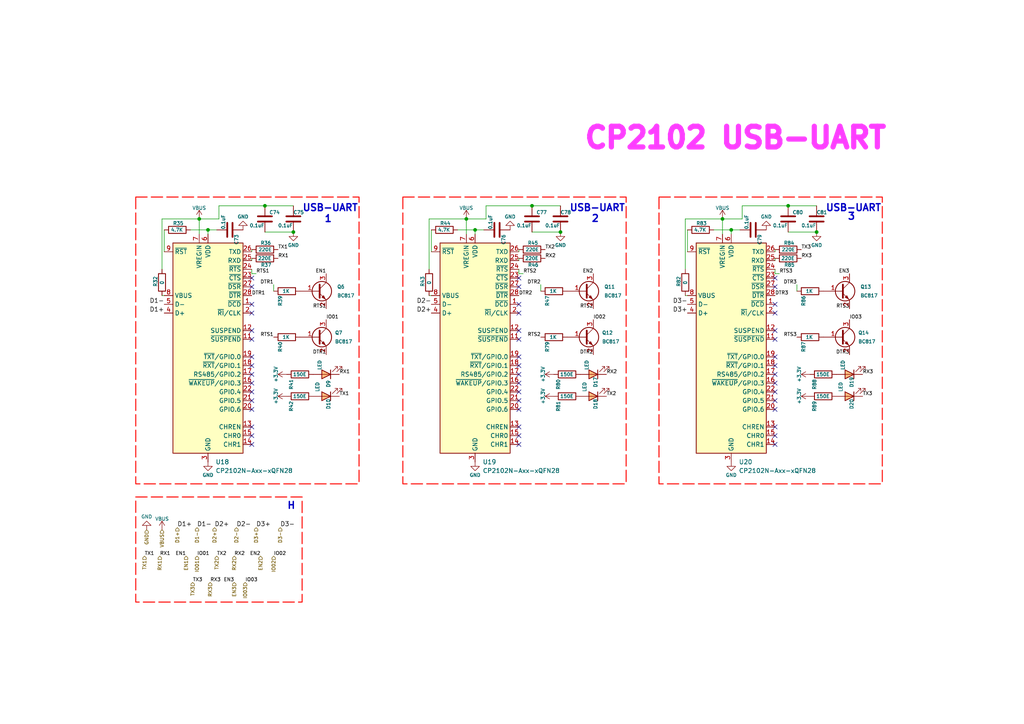
<source format=kicad_sch>
(kicad_sch (version 20230121) (generator eeschema)
  (paper "A4")
  (title_block (title "UART_Utility_Remote") (date "2024-11-28") (rev "V2") (company "Dharma Bot KRS"))
  (lib_symbols
    (symbol "Device:C" (pin_numbers hide) (pin_names (offset 0.254))
      (property "Reference" "C" (at 0.635 2.54 0))
      (property "Value" "C" (at 0.635 -2.54 0))
      (symbol "C_0_1"
        (polyline (pts (xy -2.032 -0.762) (xy 2.032 -0.762)) (stroke (width 0.508)))
        (polyline (pts (xy -2.032 0.762) (xy 2.032 0.762)) (stroke (width 0.508)))
      )
      (symbol "C_1_1"
        (pin passive line (at 0 3.81 270) (length 2.794) (name "~") (number "1"))
        (pin passive line (at 0 -3.81 90) (length 2.794) (name "~") (number "2"))
      )
    )
    (symbol "Device:LED" (pin_numbers hide) (pin_names (offset 1.016) hide)
      (property "Reference" "D" (at 0 2.54 0))
      (property "Value" "LED" (at 0 -2.54 0))
      (symbol "LED_0_1"
        (polyline (pts (xy -1.27 -1.27) (xy -1.27 1.27)) (stroke (width 0.254)))
        (polyline (pts (xy -1.27 0) (xy 1.27 0)))
        (polyline (pts (xy -3.048 -0.762) (xy -4.572 -2.286) (xy -3.81 -2.286) (xy -4.572 -2.286) (xy -4.572 -1.524)))
        (polyline (pts (xy -1.778 -0.762) (xy -3.302 -2.286) (xy -2.54 -2.286) (xy -3.302 -2.286) (xy -3.302 -1.524)))
      )
      (symbol "LED_1_1"
        (polyline (pts (xy 1.27 -1.27) (xy 1.27 1.27) (xy -1.27 0) (xy 1.27 -1.27)) (stroke (width 0.254)) (fill (type color) (color 255 190 127 1)))
        (pin passive line (at -3.81 0 0) (length 2.54) (name "K") (number "1"))
        (pin passive line (at 3.81 0 180) (length 2.54) (name "A") (number "2"))
      )
    )
    (symbol "Device:R" (pin_numbers hide) (pin_names (offset 0))
      (property "Reference" "R" (at 2.032 0 90))
      (property "Value" "R" (at 0 0 90))
      (symbol "R_0_1"
        (rectangle (start -1.016 -2.54) (end 1.016 2.54) (stroke (width 0.254)))
      )
      (symbol "R_1_1"
        (pin passive line (at 0 3.81 270) (length 1.27) (name "~") (number "1"))
        (pin passive line (at 0 -3.81 90) (length 1.27) (name "~") (number "2"))
      )
    )
    (symbol "Interface_USB:CP2102N-Axx-xQFN28"
      (property "Reference" "U" (at -8.89 31.75 0))
      (property "Value" "CP2102N-Axx-xQFN28" (at 12.7 31.75 0))
      (symbol "CP2102N-Axx-xQFN28_0_1"
        (rectangle (start -10.16 30.48) (end 10.16 -30.48) (stroke (width 0.254)) (fill (type background)))
      )
      (symbol "CP2102N-Axx-xQFN28_1_1"
        (pin input line (at 12.7 12.7 180) (length 2.54) (name "~{DCD}") (number "1"))
        (pin no_connect line (at -10.16 -27.94 0) (length 2.54) hide (name "NC") (number "10"))
        (pin output line (at 12.7 2.54 180) (length 2.54) (name "~{SUSPEND}") (number "11"))
        (pin output line (at 12.7 5.08 180) (length 2.54) (name "SUSPEND") (number "12"))
        (pin output line (at 12.7 -22.86 180) (length 2.54) (name "CHREN") (number "13"))
        (pin output line (at 12.7 -27.94 180) (length 2.54) (name "CHR1") (number "14"))
        (pin output line (at 12.7 -25.4 180) (length 2.54) (name "CHR0") (number "15"))
        (pin bidirectional line (at 12.7 -10.16 180) (length 2.54) (name "~{WAKEUP}/GPIO.3") (number "16"))
        (pin bidirectional line (at 12.7 -7.62 180) (length 2.54) (name "RS485/GPIO.2") (number "17"))
        (pin bidirectional line (at 12.7 -5.08 180) (length 2.54) (name "~{RXT}/GPIO.1") (number "18"))
        (pin bidirectional line (at 12.7 -2.54 180) (length 2.54) (name "~{TXT}/GPIO.0") (number "19"))
        (pin bidirectional line (at 12.7 10.16 180) (length 2.54) (name "~{RI}/CLK") (number "2"))
        (pin bidirectional line (at 12.7 -17.78 180) (length 2.54) (name "GPIO.6") (number "20"))
        (pin bidirectional line (at 12.7 -15.24 180) (length 2.54) (name "GPIO.5") (number "21"))
        (pin bidirectional line (at 12.7 -12.7 180) (length 2.54) (name "GPIO.4") (number "22"))
        (pin input line (at 12.7 20.32 180) (length 2.54) (name "~{CTS}") (number "23"))
        (pin output line (at 12.7 22.86 180) (length 2.54) (name "~{RTS}") (number "24"))
        (pin input line (at 12.7 25.4 180) (length 2.54) (name "RXD") (number "25"))
        (pin output line (at 12.7 27.94 180) (length 2.54) (name "TXD") (number "26"))
        (pin input line (at 12.7 17.78 180) (length 2.54) (name "~{DSR}") (number "27"))
        (pin output line (at 12.7 15.24 180) (length 2.54) (name "~{DTR}") (number "28"))
        (pin passive line (at 0 -33.02 90) (length 2.54) hide (name "GND") (number "29"))
        (pin power_in line (at 0 -33.02 90) (length 2.54) (name "GND") (number "3"))
        (pin bidirectional line (at -12.7 10.16 0) (length 2.54) (name "D+") (number "4"))
        (pin bidirectional line (at -12.7 12.7 0) (length 2.54) (name "D-") (number "5"))
        (pin power_in line (at 0 33.02 270) (length 2.54) (name "VDD") (number "6"))
        (pin power_in line (at -2.54 33.02 270) (length 2.54) (name "VREGIN") (number "7"))
        (pin input line (at -12.7 15.24 0) (length 2.54) (name "VBUS") (number "8"))
        (pin input line (at -12.7 27.94 0) (length 2.54) (name "~{RST}") (number "9"))
      )
    )
    (symbol "Transistor_BJT:BC817" (pin_names (offset 0) hide)
      (property "Reference" "Q" (at 5.08 1.905 0))
      (property "Value" "BC817" (at 5.08 0 0))
      (symbol "BC817_0_1"
        (polyline (pts (xy 0.635 0.635) (xy 2.54 2.54)))
        (polyline (pts (xy 0.635 -0.635) (xy 2.54 -2.54) (xy 2.54 -2.54)))
        (polyline (pts (xy 0.635 1.905) (xy 0.635 -1.905) (xy 0.635 -1.905)) (stroke (width 0.508)))
        (polyline (pts (xy 1.27 -1.778) (xy 1.778 -1.27) (xy 2.286 -2.286) (xy 1.27 -1.778) (xy 1.27 -1.778)) (fill (type outline)))
        (circle (center 1.27 0) (radius 2.8194) (stroke (width 0.254)))
      )
      (symbol "BC817_1_1"
        (pin input line (at -5.08 0 0) (length 5.715) (name "B") (number "1"))
        (pin passive line (at 2.54 -5.08 90) (length 2.54) (name "E") (number "2"))
        (pin passive line (at 2.54 5.08 270) (length 2.54) (name "C") (number "3"))
      )
    )
    (symbol "power:+3.3V" (power) (pin_names (offset 0))
      (property "Value" "+3.3V" (at 0 3.556 0))
      (symbol "+3.3V_0_1"
        (polyline (pts (xy -0.762 1.27) (xy 0 2.54)))
        (polyline (pts (xy 0 0) (xy 0 2.54)))
        (polyline (pts (xy 0 2.54) (xy 0.762 1.27)))
      )
      (symbol "+3.3V_1_1"
        (pin power_in line (at 0 0 90) (length 0) hide (name "+3.3V") (number "1"))
      )
    )
    (symbol "power:GND" (power) (pin_names (offset 0))
      (property "Value" "GND" (at 0 -3.81 0))
      (symbol "GND_0_1"
        (polyline (pts (xy 0 0) (xy 0 -1.27) (xy 1.27 -1.27) (xy 0 -2.54) (xy -1.27 -1.27) (xy 0 -1.27)))
      )
      (symbol "GND_1_1"
        (pin power_in line (at 0 0 270) (length 0) hide (name "GND") (number "1"))
      )
    )
    (symbol "power:VBUS" (power) (pin_names (offset 0))
      (property "Value" "VBUS" (at 0 3.81 0))
      (symbol "VBUS_0_1"
        (polyline (pts (xy -0.762 1.27) (xy 0 2.54)))
        (polyline (pts (xy 0 0) (xy 0 2.54)))
        (polyline (pts (xy 0 2.54) (xy 0.762 1.27)))
      )
      (symbol "VBUS_1_1"
        (pin power_in line (at 0 0 90) (length 0) hide (name "VBUS") (number "1"))
      )
    )
  )
  (junction (at 60.325 66.675))
  (junction (at 228.6 59.69))
  (junction (at 162.56 67.31))
  (junction (at 154.305 59.69))
  (junction (at 209.55 63.5))
  (junction (at 76.835 59.69))
  (junction (at 212.09 66.675))
  (junction (at 85.09 67.31))
  (junction (at 135.255 63.5))
  (junction (at 137.795 66.675))
  (junction (at 57.785 63.5))
  (junction (at 236.855 67.31))
  (no_connect (at 224.79 90.805))
  (no_connect (at 224.79 80.645))
  (no_connect (at 73.025 108.585))
  (no_connect (at 150.495 90.805))
  (no_connect (at 224.79 88.265))
  (no_connect (at 224.79 95.885))
  (no_connect (at 150.495 95.885))
  (no_connect (at 73.025 128.905))
  (no_connect (at 224.79 126.365))
  (no_connect (at 73.025 106.045))
  (no_connect (at 73.025 88.265))
  (no_connect (at 150.495 80.645))
  (no_connect (at 150.495 98.425))
  (no_connect (at 150.495 116.205))
  (no_connect (at 73.025 118.745))
  (no_connect (at 73.025 98.425))
  (no_connect (at 73.025 103.505))
  (no_connect (at 73.025 83.185))
  (no_connect (at 224.79 106.045))
  (no_connect (at 224.79 108.585))
  (no_connect (at 150.495 103.505))
  (no_connect (at 73.025 116.205))
  (no_connect (at 224.79 111.125))
  (no_connect (at 224.79 128.905))
  (no_connect (at 73.025 126.365))
  (no_connect (at 73.025 111.125))
  (no_connect (at 150.495 118.745))
  (no_connect (at 224.79 116.205))
  (no_connect (at 150.495 126.365))
  (no_connect (at 150.495 128.905))
  (no_connect (at 73.025 80.645))
  (no_connect (at 224.79 123.825))
  (no_connect (at 73.025 90.805))
  (no_connect (at 150.495 123.825))
  (no_connect (at 73.025 95.885))
  (no_connect (at 73.025 123.825))
  (no_connect (at 224.79 113.665))
  (no_connect (at 224.79 103.505))
  (no_connect (at 73.025 113.665))
  (no_connect (at 150.495 113.665))
  (no_connect (at 150.495 111.125))
  (no_connect (at 150.495 106.045))
  (no_connect (at 150.495 88.265))
  (no_connect (at 224.79 118.745))
  (no_connect (at 224.79 98.425))
  (no_connect (at 224.79 83.185))
  (no_connect (at 150.495 108.585))
  (no_connect (at 150.495 83.185))
  (wire (pts (xy 212.09 66.675) (xy 212.09 67.945)))
  (wire (pts (xy 209.55 63.5) (xy 209.55 67.945)))
  (wire (pts (xy 228.6 67.31) (xy 236.855 67.31)))
  (wire (pts (xy 76.835 59.69) (xy 85.09 59.69)))
  (wire (pts (xy 124.46 85.725) (xy 125.095 85.725)))
  (wire (pts (xy 151.765 79.375) (xy 150.495 79.375)))
  (wire (pts (xy 215.265 59.69) (xy 228.6 59.69)))
  (wire (pts (xy 150.495 79.375) (xy 150.495 78.105)))
  (wire (pts (xy 60.325 66.675) (xy 62.865 66.675)))
  (wire (pts (xy 156.845 82.55) (xy 156.845 84.455)))
  (wire (pts (xy 73.025 72.39) (xy 73.025 73.025)))
  (wire (pts (xy 60.325 66.675) (xy 60.325 67.945)))
  (wire (pts (xy 46.99 63.5) (xy 57.785 63.5)))
  (wire (pts (xy 132.715 66.675) (xy 137.795 66.675)))
  (wire (pts (xy 76.835 67.31) (xy 85.09 67.31)))
  (wire (pts (xy 228.6 59.69) (xy 236.855 59.69)))
  (wire (pts (xy 47.625 66.675) (xy 47.625 73.025)))
  (wire (pts (xy 57.785 63.5) (xy 57.785 67.945)))
  (wire (pts (xy 125.095 66.675) (xy 125.095 73.025)))
  (wire (pts (xy 57.785 63.5) (xy 63.5 63.5)))
  (wire (pts (xy 137.795 66.675) (xy 137.795 67.945)))
  (wire (pts (xy 150.495 74.93) (xy 150.495 75.565)))
  (wire (pts (xy 226.06 79.375) (xy 224.79 79.375)))
  (wire (pts (xy 73.025 74.93) (xy 73.025 75.565)))
  (wire (pts (xy 207.01 66.675) (xy 212.09 66.675)))
  (wire (pts (xy 135.255 63.5) (xy 140.97 63.5)))
  (wire (pts (xy 140.97 63.5) (xy 140.97 59.69)))
  (wire (pts (xy 209.55 63.5) (xy 215.265 63.5)))
  (wire (pts (xy 124.46 63.5) (xy 135.255 63.5)))
  (wire (pts (xy 63.5 63.5) (xy 63.5 59.69)))
  (wire (pts (xy 154.305 67.31) (xy 162.56 67.31)))
  (wire (pts (xy 63.5 59.69) (xy 76.835 59.69)))
  (wire (pts (xy 73.025 79.375) (xy 73.025 78.105)))
  (wire (pts (xy 137.795 66.675) (xy 140.335 66.675)))
  (wire (pts (xy 46.99 85.725) (xy 47.625 85.725)))
  (wire (pts (xy 198.755 78.105) (xy 198.755 63.5)))
  (wire (pts (xy 198.755 85.725) (xy 199.39 85.725)))
  (wire (pts (xy 154.305 59.69) (xy 162.56 59.69)))
  (wire (pts (xy 224.79 74.93) (xy 224.79 75.565)))
  (wire (pts (xy 140.97 59.69) (xy 154.305 59.69)))
  (wire (pts (xy 199.39 66.675) (xy 199.39 73.025)))
  (wire (pts (xy 55.245 66.675) (xy 60.325 66.675)))
  (wire (pts (xy 212.09 66.675) (xy 214.63 66.675)))
  (wire (pts (xy 46.99 78.105) (xy 46.99 63.5)))
  (wire (pts (xy 74.295 79.375) (xy 73.025 79.375)))
  (wire (pts (xy 231.14 82.55) (xy 231.14 84.455)))
  (wire (pts (xy 215.265 63.5) (xy 215.265 59.69)))
  (wire (pts (xy 198.755 63.5) (xy 209.55 63.5)))
  (wire (pts (xy 135.255 63.5) (xy 135.255 67.945)))
  (wire (pts (xy 224.79 72.39) (xy 224.79 73.025)))
  (wire (pts (xy 224.79 79.375) (xy 224.79 78.105)))
  (wire (pts (xy 150.495 72.39) (xy 150.495 73.025)))
  (wire (pts (xy 79.375 82.55) (xy 79.375 84.455)))
  (wire (pts (xy 124.46 78.105) (xy 124.46 63.5)))
  (rectangle (start 39.37 144.145) (end 87.63 174.625) (stroke (width 0.3) (type dash) (color 255 16 12 1)))
  (rectangle (start 39.37 57.15) (end 104.14 140.335) (stroke (width 0.3) (type dash) (color 255 16 12 1)))
  (rectangle (start 116.84 57.15) (end 181.61 140.335) (stroke (width 0.3) (type dash) (color 255 16 12 1)))
  (rectangle (start 191.135 57.15) (end 255.905 140.335) (stroke (width 0.3) (type dash) (color 255 16 12 1)))
  (text "1\n" (at 93.98 64.77 0) (effects (font (size 2 2) (thickness 0.4) bold) (justify left bottom)))
  (text "USB-UART" (at 165.1 61.595 0) (effects (font (size 2 2) (thickness 0.4) bold) (justify left bottom)))
  (text "H\n" (at 83.185 147.955 0) (effects (font (size 2 2) (thickness 0.4) bold) (justify left bottom)))
  (text "CP2102 USB-UART\n\n" (at 168.91 53.34 0) (effects (font (size 6 6) (thickness 1.6) bold) (justify left bottom)))
  (text "USB-UART" (at 87.63 61.595 0) (effects (font (size 2 2) (thickness 0.4) bold) (justify left bottom)))
  (text "USB-UART" (at 239.395 61.595 0) (effects (font (size 2 2) (thickness 0.4) bold) (justify left bottom)))
  (text "2\n\n" (at 171.45 67.945 0) (effects (font (size 2 2) (thickness 0.4) bold) (justify left bottom)))
  (text "3\n\n" (at 245.745 67.31 0) (effects (font (size 2 2) (thickness 0.4) bold) (justify left bottom)))
  (label "TX3" (at 232.41 72.39 0) (effects (font (size 1 1))))
  (label "IO01" (at 94.615 92.71 0) (effects (font (size 1 1))))
  (label "TX3" (at 55.88 168.91 0) (effects (font (size 1 1))))
  (label "D1-" (at 57.15 153.035 0))
  (label "EN1" (at 53.975 161.29 180) (effects (font (size 1 1))))
  (label "IO01" (at 57.15 161.29 0) (effects (font (size 1 1))))
  (label "D3-" (at 81.28 153.035 0))
  (label "D1+" (at 47.625 90.805 180))
  (label "RX2" (at 175.895 108.585 0) (effects (font (size 1 1))))
  (label "TX1" (at 80.645 72.39 0) (effects (font (size 1 1))))
  (label "D2-" (at 68.58 153.035 0))
  (label "DTR2" (at 156.845 82.55 180) (effects (font (size 1 1))))
  (label "D3+" (at 74.295 153.035 0))
  (label "D2+" (at 62.23 153.035 0))
  (label "TX2" (at 62.865 161.29 0) (effects (font (size 1 1))))
  (label "RTS2" (at 172.085 89.535 180) (effects (font (size 1 1))))
  (label "RTS2" (at 156.845 97.79 180) (effects (font (size 1 1))))
  (label "DTR2" (at 172.085 102.87 180) (effects (font (size 1 1))))
  (label "D2+" (at 125.095 90.805 180))
  (label "D3-" (at 199.39 88.265 180))
  (label "IO02" (at 79.375 161.29 0) (effects (font (size 1 1))))
  (label "D3+" (at 199.39 90.805 180))
  (label "RX3" (at 250.19 108.585 0) (effects (font (size 1 1))))
  (label "DTR2" (at 150.495 85.725 0) (effects (font (size 1 1))))
  (label "IO03" (at 246.38 92.71 0) (effects (font (size 1 1))))
  (label "RTS2" (at 151.765 79.375 0) (effects (font (size 1 1))))
  (label "IO02" (at 172.085 92.71 0) (effects (font (size 1 1))))
  (label "DTR3" (at 231.14 82.55 180) (effects (font (size 1 1))))
  (label "DTR3" (at 224.79 85.725 0) (effects (font (size 1 1))))
  (label "IO03" (at 71.12 168.91 0) (effects (font (size 1 1))))
  (label "D2-" (at 125.095 88.265 180))
  (label "DTR1" (at 94.615 102.87 180) (effects (font (size 1 1))))
  (label "RTS1" (at 79.375 97.79 180) (effects (font (size 1 1))))
  (label "TX2" (at 158.115 72.39 0) (effects (font (size 1 1))))
  (label "RTS3" (at 246.38 89.535 180) (effects (font (size 1 1))))
  (label "RX3" (at 60.96 168.91 0) (effects (font (size 1 1))))
  (label "RX3" (at 232.41 74.93 0) (effects (font (size 1 1))))
  (label "EN1" (at 94.615 79.375 180) (effects (font (size 1 1))))
  (label "D1+" (at 51.435 153.035 0))
  (label "RTS1" (at 94.615 89.535 180) (effects (font (size 1 1))))
  (label "DTR1" (at 73.025 85.725 0) (effects (font (size 1 1))))
  (label "TX3" (at 250.19 114.935 0) (effects (font (size 1 1))))
  (label "RTS1" (at 74.295 79.375 0) (effects (font (size 1 1))))
  (label "EN2" (at 75.565 161.29 180) (effects (font (size 1 1))))
  (label "EN2" (at 172.085 79.375 180) (effects (font (size 1 1))))
  (label "DTR1" (at 79.375 82.55 180) (effects (font (size 1 1))))
  (label "TX2" (at 175.895 114.935 0) (effects (font (size 1 1))))
  (label "EN3" (at 246.38 79.375 180) (effects (font (size 1 1))))
  (label "RX1" (at 98.425 108.585 0) (effects (font (size 1 1))))
  (label "TX1" (at 41.91 161.29 0) (effects (font (size 1 1))))
  (label "RTS3" (at 231.14 97.79 180) (effects (font (size 1 1))))
  (label "D1-" (at 47.625 88.265 180))
  (label "DTR3" (at 246.38 102.87 180) (effects (font (size 1 1))))
  (label "RX2" (at 67.945 161.29 0) (effects (font (size 1 1))))
  (label "EN3" (at 67.945 168.91 180) (effects (font (size 1 1))))
  (label "RX1" (at 46.355 161.29 0) (effects (font (size 1 1))))
  (label "RX1" (at 80.645 74.93 0) (effects (font (size 1 1))))
  (label "RTS3" (at 226.06 79.375 0) (effects (font (size 1 1))))
  (label "TX1" (at 98.425 114.935 0) (effects (font (size 1 1))))
  (label "RX2" (at 158.115 74.93 0) (effects (font (size 1 1))))
  (hierarchical_label "TX3" (shape input) (at 55.88 168.91 270) (effects (font (size 1 1))))
  (hierarchical_label "D1-" (shape input) (at 57.15 153.035 270) (effects (font (size 1 1))))
  (hierarchical_label "EN2" (shape input) (at 75.565 161.29 270) (effects (font (size 1 1))))
  (hierarchical_label "D2-" (shape input) (at 68.58 153.035 270) (effects (font (size 1 1))))
  (hierarchical_label "TX1" (shape input) (at 41.91 161.29 270) (effects (font (size 1 1))))
  (hierarchical_label "IO03" (shape input) (at 71.12 168.91 270) (effects (font (size 1 1))))
  (hierarchical_label "VBUS" (shape input) (at 46.99 153.67 270) (effects (font (size 1 1))))
  (hierarchical_label "D2+" (shape input) (at 62.23 153.035 270) (effects (font (size 1 1))))
  (hierarchical_label "D1+" (shape input) (at 51.435 153.035 270) (effects (font (size 1 1))))
  (hierarchical_label "EN3" (shape input) (at 67.945 168.91 270) (effects (font (size 1 1))))
  (hierarchical_label "D3-" (shape input) (at 81.28 153.035 270) (effects (font (size 1 1))))
  (hierarchical_label "TX2" (shape input) (at 62.865 161.29 270) (effects (font (size 1 1))))
  (hierarchical_label "RX2" (shape input) (at 67.945 161.29 270) (effects (font (size 1 1))))
  (hierarchical_label "D3+" (shape input) (at 74.295 153.035 270) (effects (font (size 1 1))))
  (hierarchical_label "EN1" (shape input) (at 53.975 161.29 270) (effects (font (size 1 1))))
  (hierarchical_label "RX1" (shape input) (at 46.355 161.29 270) (effects (font (size 1 1))))
  (hierarchical_label "GND" (shape input) (at 42.545 153.67 270) (effects (font (size 1 1))))
  (hierarchical_label "RX3" (shape input) (at 60.96 168.91 270) (effects (font (size 1 1))))
  (hierarchical_label "IO01" (shape input) (at 57.15 161.29 270) (effects (font (size 1 1))))
  (hierarchical_label "IO02" (shape input) (at 79.375 161.29 270) (effects (font (size 1 1))))
  (symbol (lib_id "Device:R") (at 51.435 66.675 270) (unit 1)
    (property "Reference" "R35" (at 50.165 64.77 90) (effects (font (size 1 1)) (justify left)))
    (property "Value" "4.7K" (at 49.53 66.675 90) (effects (font (size 1 1)) (justify left)))
    (property "Footprint" "Resistor_SMD:R_0402_1005Metric" (effects hide))
  )
  (symbol (lib_id "Transistor_BJT:BC817") (at 169.545 84.455 0) (unit 1)
    (property "Reference" "Q11" (at 175.26 83.1849 0) (effects (font (size 1 1)) (justify left)))
    (property "Value" "BC817" (at 175.26 85.7249 0) (effects (font (size 1 1)) (justify left)))
    (property "Footprint" "Package_TO_SOT_SMD:SOT-23" (effects hide))
    (property "Datasheet" "https://www.onsemi.com/pub/Collateral/BC818-D.pdf" (effects hide))
  )
  (symbol (lib_id "Device:R") (at 228.6 72.39 270) (unit 1)
    (property "Reference" "R84" (at 227.33 70.485 90) (effects (font (size 1 1)) (justify left)))
    (property "Value" "220E" (at 226.695 72.39 90) (effects (font (size 1 1)) (justify left)))
    (property "Footprint" "Resistor_SMD:R_0402_1005Metric" (effects hide))
  )
  (symbol (lib_id "power:GND") (at 162.56 67.31 0) (unit 1)
    (property "Reference" "#PWR0144" (effects hide))
    (property "Value" "GND" (at 162.56 71.12 0) (effects (font (size 1 1))))
  )
  (symbol (lib_id "power:VBUS") (at 57.785 63.5 0) (unit 1)
    (property "Reference" "#PWR0133" (effects hide))
    (property "Value" "VBUS" (at 57.785 60.325 0) (effects (font (size 1 1))))
  )
  (symbol (lib_id "power:GND") (at 147.955 66.675 180) (unit 1)
    (property "Reference" "#PWR0141" (effects hide))
    (property "Value" "GND" (at 147.955 62.865 0) (effects (font (size 1 1))))
  )
  (symbol (lib_id "power:VBUS") (at 46.99 153.67 0) (unit 1)
    (property "Reference" "#PWR0213" (effects hide))
    (property "Value" "VBUS" (at 46.99 150.495 0) (effects (font (size 1 1))))
  )
  (symbol (lib_id "Device:LED") (at 94.615 114.935 180) (unit 1)
    (property "Reference" "D10" (at 95.25 118.745 90) (effects (font (size 1 1)) (justify right)))
    (property "Value" "LED" (at 92.075 113.665 90) (effects (font (size 1 1)) (justify right)))
    (property "Footprint" "LED_SMD:LED_0402_1005Metric" (effects hide))
  )
  (symbol (lib_id "Transistor_BJT:BC817") (at 92.075 84.455 0) (unit 1)
    (property "Reference" "Q6" (at 97.79 83.1849 0) (effects (font (size 1 1)) (justify left)))
    (property "Value" "BC817" (at 97.79 85.7249 0) (effects (font (size 1 1)) (justify left)))
    (property "Footprint" "Package_TO_SOT_SMD:SOT-23" (effects hide))
    (property "Datasheet" "https://www.onsemi.com/pub/Collateral/BC818-D.pdf" (effects hide))
  )
  (symbol (lib_id "power:GND") (at 236.855 67.31 0) (unit 1)
    (property "Reference" "#PWR0150" (effects hide))
    (property "Value" "GND" (at 236.855 71.12 0) (effects (font (size 1 1))))
  )
  (symbol (lib_id "power:GND") (at 212.09 133.985 0) (unit 1)
    (property "Reference" "#PWR0146" (effects hide))
    (property "Value" "GND" (at 212.09 137.795 0) (effects (font (size 1 1))))
  )
  (symbol (lib_id "power:+3.3V") (at 83.185 114.935 90) (unit 1)
    (property "Reference" "#PWR0137" (effects hide))
    (property "Value" "+3.3V" (at 80.01 114.935 0) (effects (font (size 1 1))))
  )
  (symbol (lib_id "Device:R") (at 198.755 81.915 0) (unit 1)
    (property "Reference" "R82" (at 196.85 83.185 90) (effects (font (size 1 1)) (justify left)))
    (property "Value" "0" (at 198.755 82.55 90) (effects (font (size 1 1)) (justify left)))
    (property "Footprint" "Resistor_SMD:R_0402_1005Metric" (effects hide))
  )
  (symbol (lib_id "Interface_USB:CP2102N-Axx-xQFN28") (at 60.325 100.965 0) (unit 1)
    (property "Reference" "U18" (at 62.5191 133.985 0) (effects (justify left)))
    (property "Value" "CP2102N-Axx-xQFN28" (at 62.5191 136.525 0) (effects (justify left)))
    (property "Footprint" "Package_DFN_QFN:QFN-28-1EP_5x5mm_P0.5mm_EP3.35x3.35mm" (effects hide))
    (property "Datasheet" "https://www.silabs.com/documents/public/data-sheets/cp2102n-datasheet.pdf" (effects hide))
  )
  (symbol (lib_id "Device:R") (at 164.465 108.585 90) (unit 1)
    (property "Reference" "R80" (at 161.925 113.03 0) (effects (font (size 1 1)) (justify left)))
    (property "Value" "150E" (at 166.37 108.585 90) (effects (font (size 1 1)) (justify left)))
    (property "Footprint" "Resistor_SMD:R_0402_1005Metric" (effects hide))
  )
  (symbol (lib_id "Device:R") (at 46.99 81.915 0) (unit 1)
    (property "Reference" "R32" (at 45.085 83.185 90) (effects (font (size 1 1)) (justify left)))
    (property "Value" "0" (at 46.99 82.55 90) (effects (font (size 1 1)) (justify left)))
    (property "Footprint" "Resistor_SMD:R_0402_1005Metric" (effects hide))
  )
  (symbol (lib_id "Device:LED") (at 94.615 108.585 180) (unit 1)
    (property "Reference" "D9" (at 95.25 112.395 90) (effects (font (size 1 1)) (justify right)))
    (property "Value" "LED" (at 92.71 107.315 90) (effects (font (size 1 1)) (justify right)))
    (property "Footprint" "LED_SMD:LED_0402_1005Metric" (effects hide))
  )
  (symbol (lib_id "power:+3.3V") (at 234.95 114.935 90) (unit 1)
    (property "Reference" "#PWR0149" (effects hide))
    (property "Value" "+3.3V" (at 231.775 114.935 0) (effects (font (size 1 1))))
  )
  (symbol (lib_id "power:+3.3V") (at 160.655 114.935 90) (unit 1)
    (property "Reference" "#PWR0143" (effects hide))
    (property "Value" "+3.3V" (at 157.48 114.935 0) (effects (font (size 1 1))))
  )
  (symbol (lib_id "power:GND") (at 222.25 66.675 180) (unit 1)
    (property "Reference" "#PWR0147" (effects hide))
    (property "Value" "GND" (at 222.25 62.865 0) (effects (font (size 1 1))))
  )
  (symbol (lib_id "Device:LED") (at 246.38 108.585 180) (unit 1)
    (property "Reference" "D19" (at 247.015 112.395 90) (effects (font (size 1 1)) (justify right)))
    (property "Value" "LED" (at 244.475 107.315 90) (effects (font (size 1 1)) (justify right)))
    (property "Footprint" "LED_SMD:LED_0402_1005Metric" (effects hide))
  )
  (symbol (lib_id "Device:R") (at 164.465 114.935 90) (unit 1)
    (property "Reference" "R81" (at 161.925 119.38 0) (effects (font (size 1 1)) (justify left)))
    (property "Value" "150E" (at 166.37 114.935 90) (effects (font (size 1 1)) (justify left)))
    (property "Footprint" "Resistor_SMD:R_0402_1005Metric" (effects hide))
  )
  (symbol (lib_id "Device:C") (at 218.44 66.675 90) (unit 1)
    (property "Reference" "C79" (at 220.345 67.945 0) (effects (font (size 1 1)) (justify right)))
    (property "Value" "0.1uF" (at 216.535 62.23 0) (effects (font (size 1 1)) (justify right)))
    (property "Footprint" "Capacitor_SMD:C_0402_1005Metric" (effects hide))
  )
  (symbol (lib_id "Device:R") (at 128.905 66.675 270) (unit 1)
    (property "Reference" "R44" (at 127.635 64.77 90) (effects (font (size 1 1)) (justify left)))
    (property "Value" "4.7K" (at 127 66.675 90) (effects (font (size 1 1)) (justify left)))
    (property "Footprint" "Resistor_SMD:R_0402_1005Metric" (effects hide))
  )
  (symbol (lib_id "Device:LED") (at 172.085 114.935 180) (unit 1)
    (property "Reference" "D18" (at 172.72 118.745 90) (effects (font (size 1 1)) (justify right)))
    (property "Value" "LED" (at 169.545 113.665 90) (effects (font (size 1 1)) (justify right)))
    (property "Footprint" "LED_SMD:LED_0402_1005Metric" (effects hide))
  )
  (symbol (lib_id "Device:R") (at 83.185 97.79 270) (unit 1)
    (property "Reference" "R40" (at 81.28 99.06 0) (effects (font (size 1 1)) (justify left)))
    (property "Value" "1K" (at 81.915 97.79 90) (effects (font (size 1 1)) (justify left)))
    (property "Footprint" "Resistor_SMD:R_0402_1005Metric" (effects hide))
  )
  (symbol (lib_id "Device:R") (at 160.655 84.455 270) (unit 1)
    (property "Reference" "R47" (at 158.75 85.725 0) (effects (font (size 1 1)) (justify left)))
    (property "Value" "1K" (at 159.385 84.455 90) (effects (font (size 1 1)) (justify left)))
    (property "Footprint" "Resistor_SMD:R_0402_1005Metric" (effects hide))
  )
  (symbol (lib_id "Device:R") (at 154.305 72.39 270) (unit 1)
    (property "Reference" "R45" (at 153.035 70.485 90) (effects (font (size 1 1)) (justify left)))
    (property "Value" "220E" (at 152.4 72.39 90) (effects (font (size 1 1)) (justify left)))
    (property "Footprint" "Resistor_SMD:R_0402_1005Metric" (effects hide))
  )
  (symbol (lib_id "Transistor_BJT:BC817") (at 92.075 97.79 0) (unit 1)
    (property "Reference" "Q7" (at 97.155 96.5199 0) (effects (font (size 1 1)) (justify left)))
    (property "Value" "BC817" (at 97.155 99.0599 0) (effects (font (size 1 1)) (justify left)))
    (property "Footprint" "Package_TO_SOT_SMD:SOT-23" (effects hide))
    (property "Datasheet" "https://www.onsemi.com/pub/Collateral/BC818-D.pdf" (effects hide))
  )
  (symbol (lib_id "Device:R") (at 86.995 108.585 90) (unit 1)
    (property "Reference" "R41" (at 84.455 113.03 0) (effects (font (size 1 1)) (justify left)))
    (property "Value" "150E" (at 88.9 108.585 90) (effects (font (size 1 1)) (justify left)))
    (property "Footprint" "Resistor_SMD:R_0402_1005Metric" (effects hide))
  )
  (symbol (lib_id "power:GND") (at 60.325 133.985 0) (unit 1)
    (property "Reference" "#PWR0134" (effects hide))
    (property "Value" "GND" (at 60.325 137.795 0) (effects (font (size 1 1))))
  )
  (symbol (lib_id "Device:R") (at 124.46 81.915 0) (unit 1)
    (property "Reference" "R43" (at 122.555 83.185 90) (effects (font (size 1 1)) (justify left)))
    (property "Value" "0" (at 124.46 82.55 90) (effects (font (size 1 1)) (justify left)))
    (property "Footprint" "Resistor_SMD:R_0402_1005Metric" (effects hide))
  )
  (symbol (lib_id "Device:C") (at 162.56 63.5 180) (unit 1)
    (property "Reference" "C78" (at 162.56 61.595 0) (effects (font (size 1 1)) (justify right)))
    (property "Value" "0.1uF" (at 158.115 65.405 0) (effects (font (size 1 1)) (justify right)))
    (property "Footprint" "Capacitor_SMD:C_0402_1005Metric" (effects hide))
  )
  (symbol (lib_id "Device:LED") (at 246.38 114.935 180) (unit 1)
    (property "Reference" "D20" (at 247.015 118.745 90) (effects (font (size 1 1)) (justify right)))
    (property "Value" "LED" (at 243.84 113.665 90) (effects (font (size 1 1)) (justify right)))
    (property "Footprint" "LED_SMD:LED_0402_1005Metric" (effects hide))
  )
  (symbol (lib_id "Transistor_BJT:BC817") (at 243.84 84.455 0) (unit 1)
    (property "Reference" "Q13" (at 249.555 83.1849 0) (effects (font (size 1 1)) (justify left)))
    (property "Value" "BC817" (at 249.555 85.7249 0) (effects (font (size 1 1)) (justify left)))
    (property "Footprint" "Package_TO_SOT_SMD:SOT-23" (effects hide))
    (property "Datasheet" "https://www.onsemi.com/pub/Collateral/BC818-D.pdf" (effects hide))
  )
  (symbol (lib_id "Interface_USB:CP2102N-Axx-xQFN28") (at 212.09 100.965 0) (unit 1)
    (property "Reference" "U20" (at 214.2841 133.985 0) (effects (justify left)))
    (property "Value" "CP2102N-Axx-xQFN28" (at 214.2841 136.525 0) (effects (justify left)))
    (property "Footprint" "Package_DFN_QFN:QFN-28-1EP_5x5mm_P0.5mm_EP3.35x3.35mm" (effects hide))
    (property "Datasheet" "https://www.silabs.com/documents/public/data-sheets/cp2102n-datasheet.pdf" (effects hide))
  )
  (symbol (lib_id "power:+3.3V") (at 83.185 108.585 90) (unit 1)
    (property "Reference" "#PWR0136" (effects hide))
    (property "Value" "+3.3V" (at 80.01 108.585 0) (effects (font (size 1 1))))
  )
  (symbol (lib_id "power:GND") (at 85.09 67.31 0) (unit 1)
    (property "Reference" "#PWR0138" (effects hide))
    (property "Value" "GND" (at 85.09 71.12 0) (effects (font (size 1 1))))
  )
  (symbol (lib_id "Device:R") (at 238.76 108.585 90) (unit 1)
    (property "Reference" "R88" (at 236.22 113.03 0) (effects (font (size 1 1)) (justify left)))
    (property "Value" "150E" (at 240.665 108.585 90) (effects (font (size 1 1)) (justify left)))
    (property "Footprint" "Resistor_SMD:R_0402_1005Metric" (effects hide))
  )
  (symbol (lib_id "Transistor_BJT:BC817") (at 169.545 97.79 0) (unit 1)
    (property "Reference" "Q12" (at 174.625 96.5199 0) (effects (font (size 1 1)) (justify left)))
    (property "Value" "BC817" (at 174.625 99.0599 0) (effects (font (size 1 1)) (justify left)))
    (property "Footprint" "Package_TO_SOT_SMD:SOT-23" (effects hide))
    (property "Datasheet" "https://www.onsemi.com/pub/Collateral/BC818-D.pdf" (effects hide))
  )
  (symbol (lib_id "Device:R") (at 228.6 74.93 90) (unit 1)
    (property "Reference" "R85" (at 230.505 76.835 90) (effects (font (size 1 1)) (justify left)))
    (property "Value" "220E" (at 230.505 74.93 90) (effects (font (size 1 1)) (justify left)))
    (property "Footprint" "Resistor_SMD:R_0402_1005Metric" (effects hide))
  )
  (symbol (lib_id "Device:R") (at 76.835 72.39 270) (unit 1)
    (property "Reference" "R36" (at 75.565 70.485 90) (effects (font (size 1 1)) (justify left)))
    (property "Value" "220E" (at 74.93 72.39 90) (effects (font (size 1 1)) (justify left)))
    (property "Footprint" "Resistor_SMD:R_0402_1005Metric" (effects hide))
  )
  (symbol (lib_id "Device:LED") (at 172.085 108.585 180) (unit 1)
    (property "Reference" "D17" (at 172.72 112.395 90) (effects (font (size 1 1)) (justify right)))
    (property "Value" "LED" (at 170.18 107.315 90) (effects (font (size 1 1)) (justify right)))
    (property "Footprint" "LED_SMD:LED_0402_1005Metric" (effects hide))
  )
  (symbol (lib_id "Transistor_BJT:BC817") (at 243.84 97.79 0) (unit 1)
    (property "Reference" "Q14" (at 248.92 96.5199 0) (effects (font (size 1 1)) (justify left)))
    (property "Value" "BC817" (at 248.92 99.0599 0) (effects (font (size 1 1)) (justify left)))
    (property "Footprint" "Package_TO_SOT_SMD:SOT-23" (effects hide))
    (property "Datasheet" "https://www.onsemi.com/pub/Collateral/BC818-D.pdf" (effects hide))
  )
  (symbol (lib_id "Device:R") (at 234.95 84.455 270) (unit 1)
    (property "Reference" "R86" (at 233.045 85.725 0) (effects (font (size 1 1)) (justify left)))
    (property "Value" "1K" (at 233.68 84.455 90) (effects (font (size 1 1)) (justify left)))
    (property "Footprint" "Resistor_SMD:R_0402_1005Metric" (effects hide))
  )
  (symbol (lib_id "Device:R") (at 234.95 97.79 270) (unit 1)
    (property "Reference" "R87" (at 233.045 99.06 0) (effects (font (size 1 1)) (justify left)))
    (property "Value" "1K" (at 233.68 97.79 90) (effects (font (size 1 1)) (justify left)))
    (property "Footprint" "Resistor_SMD:R_0402_1005Metric" (effects hide))
  )
  (symbol (lib_id "Device:R") (at 86.995 114.935 90) (unit 1)
    (property "Reference" "R42" (at 84.455 119.38 0) (effects (font (size 1 1)) (justify left)))
    (property "Value" "150E" (at 88.9 114.935 90) (effects (font (size 1 1)) (justify left)))
    (property "Footprint" "Resistor_SMD:R_0402_1005Metric" (effects hide))
  )
  (symbol (lib_id "Device:R") (at 238.76 114.935 90) (unit 1)
    (property "Reference" "R89" (at 236.22 119.38 0) (effects (font (size 1 1)) (justify left)))
    (property "Value" "150E" (at 240.665 114.935 90) (effects (font (size 1 1)) (justify left)))
    (property "Footprint" "Resistor_SMD:R_0402_1005Metric" (effects hide))
  )
  (symbol (lib_id "Device:R") (at 160.655 97.79 270) (unit 1)
    (property "Reference" "R79" (at 158.75 99.06 0) (effects (font (size 1 1)) (justify left)))
    (property "Value" "1K" (at 159.385 97.79 90) (effects (font (size 1 1)) (justify left)))
    (property "Footprint" "Resistor_SMD:R_0402_1005Metric" (effects hide))
  )
  (symbol (lib_id "Device:R") (at 83.185 84.455 270) (unit 1)
    (property "Reference" "R39" (at 81.28 85.725 0) (effects (font (size 1 1)) (justify left)))
    (property "Value" "1K" (at 81.915 84.455 90) (effects (font (size 1 1)) (justify left)))
    (property "Footprint" "Resistor_SMD:R_0402_1005Metric" (effects hide))
  )
  (symbol (lib_id "Device:C") (at 85.09 63.5 180) (unit 1)
    (property "Reference" "C75" (at 85.09 61.595 0) (effects (font (size 1 1)) (justify right)))
    (property "Value" "0.1uF" (at 80.645 65.405 0) (effects (font (size 1 1)) (justify right)))
    (property "Footprint" "Capacitor_SMD:C_0402_1005Metric" (effects hide))
  )
  (symbol (lib_id "Device:R") (at 203.2 66.675 270) (unit 1)
    (property "Reference" "R83" (at 201.93 64.77 90) (effects (font (size 1 1)) (justify left)))
    (property "Value" "4.7K" (at 201.295 66.675 90) (effects (font (size 1 1)) (justify left)))
    (property "Footprint" "Resistor_SMD:R_0402_1005Metric" (effects hide))
  )
  (symbol (lib_id "power:VBUS") (at 209.55 63.5 0) (unit 1)
    (property "Reference" "#PWR0145" (effects hide))
    (property "Value" "VBUS" (at 209.55 60.325 0) (effects (font (size 1 1))))
  )
  (symbol (lib_id "Device:R") (at 154.305 74.93 90) (unit 1)
    (property "Reference" "R46" (at 156.21 76.835 90) (effects (font (size 1 1)) (justify left)))
    (property "Value" "220E" (at 156.21 74.93 90) (effects (font (size 1 1)) (justify left)))
    (property "Footprint" "Resistor_SMD:R_0402_1005Metric" (effects hide))
  )
  (symbol (lib_id "power:VBUS") (at 135.255 63.5 0) (unit 1)
    (property "Reference" "#PWR0139" (effects hide))
    (property "Value" "VBUS" (at 135.255 60.325 0) (effects (font (size 1 1))))
  )
  (symbol (lib_id "power:GND") (at 137.795 133.985 0) (unit 1)
    (property "Reference" "#PWR0140" (effects hide))
    (property "Value" "GND" (at 137.795 137.795 0) (effects (font (size 1 1))))
  )
  (symbol (lib_id "power:GND") (at 42.545 153.67 180) (unit 1)
    (property "Reference" "#PWR0214" (effects hide))
    (property "Value" "GND" (at 42.545 149.86 0) (effects (font (size 1 1))))
  )
  (symbol (lib_id "Device:C") (at 144.145 66.675 90) (unit 1)
    (property "Reference" "C76" (at 146.05 67.945 0) (effects (font (size 1 1)) (justify right)))
    (property "Value" "0.1uF" (at 142.24 62.23 0) (effects (font (size 1 1)) (justify right)))
    (property "Footprint" "Capacitor_SMD:C_0402_1005Metric" (effects hide))
  )
  (symbol (lib_id "Device:C") (at 66.675 66.675 90) (unit 1)
    (property "Reference" "C73" (at 68.58 67.945 0) (effects (font (size 1 1)) (justify right)))
    (property "Value" "0.1uF" (at 64.77 62.23 0) (effects (font (size 1 1)) (justify right)))
    (property "Footprint" "Capacitor_SMD:C_0402_1005Metric" (effects hide))
  )
  (symbol (lib_id "Device:C") (at 236.855 63.5 180) (unit 1)
    (property "Reference" "C81" (at 236.855 61.595 0) (effects (font (size 1 1)) (justify right)))
    (property "Value" "0.1uF" (at 232.41 65.405 0) (effects (font (size 1 1)) (justify right)))
    (property "Footprint" "Capacitor_SMD:C_0402_1005Metric" (effects hide))
  )
  (symbol (lib_id "Device:C") (at 228.6 63.5 180) (unit 1)
    (property "Reference" "C80" (at 229.87 61.595 0) (effects (font (size 1 1)) (justify right)))
    (property "Value" "0.1uF" (at 224.155 65.405 0) (effects (font (size 1 1)) (justify right)))
    (property "Footprint" "Capacitor_SMD:C_0402_1005Metric" (effects hide))
  )
  (symbol (lib_id "power:+3.3V") (at 234.95 108.585 90) (unit 1)
    (property "Reference" "#PWR0148" (effects hide))
    (property "Value" "+3.3V" (at 231.775 108.585 0) (effects (font (size 1 1))))
  )
  (symbol (lib_id "Interface_USB:CP2102N-Axx-xQFN28") (at 137.795 100.965 0) (unit 1)
    (property "Reference" "U19" (at 139.9891 133.985 0) (effects (justify left)))
    (property "Value" "CP2102N-Axx-xQFN28" (at 139.9891 136.525 0) (effects (justify left)))
    (property "Footprint" "Package_DFN_QFN:QFN-28-1EP_5x5mm_P0.5mm_EP3.35x3.35mm" (effects hide))
    (property "Datasheet" "https://www.silabs.com/documents/public/data-sheets/cp2102n-datasheet.pdf" (effects hide))
  )
  (symbol (lib_id "Device:C") (at 154.305 63.5 180) (unit 1)
    (property "Reference" "C77" (at 155.575 61.595 0) (effects (font (size 1 1)) (justify right)))
    (property "Value" "0.1uF" (at 149.86 65.405 0) (effects (font (size 1 1)) (justify right)))
    (property "Footprint" "Capacitor_SMD:C_0402_1005Metric" (effects hide))
  )
  (symbol (lib_id "Device:C") (at 76.835 63.5 180) (unit 1)
    (property "Reference" "C74" (at 78.105 61.595 0) (effects (font (size 1 1)) (justify right)))
    (property "Value" "0.1uF" (at 72.39 65.405 0) (effects (font (size 1 1)) (justify right)))
    (property "Footprint" "Capacitor_SMD:C_0402_1005Metric" (effects hide))
  )
  (symbol (lib_id "Device:R") (at 76.835 74.93 90) (unit 1)
    (property "Reference" "R37" (at 78.74 76.835 90) (effects (font (size 1 1)) (justify left)))
    (property "Value" "220E" (at 78.74 74.93 90) (effects (font (size 1 1)) (justify left)))
    (property "Footprint" "Resistor_SMD:R_0402_1005Metric" (effects hide))
  )
  (symbol (lib_id "power:+3.3V") (at 160.655 108.585 90) (unit 1)
    (property "Reference" "#PWR0142" (effects hide))
    (property "Value" "+3.3V" (at 157.48 108.585 0) (effects (font (size 1 1))))
  )
  (symbol (lib_id "power:GND") (at 70.485 66.675 180) (unit 1)
    (property "Reference" "#PWR0135" (effects hide))
    (property "Value" "GND" (at 70.485 62.865 0) (effects (font (size 1 1))))
  )
)
</source>
